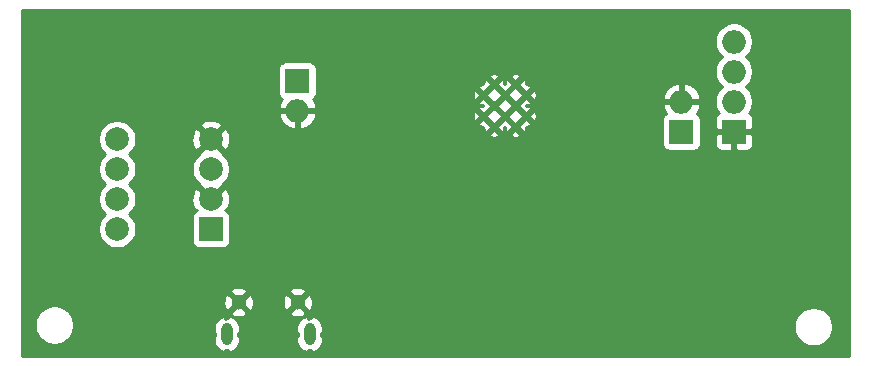
<source format=gbl>
G04 #@! TF.GenerationSoftware,KiCad,Pcbnew,(5.1.5)-3*
G04 #@! TF.CreationDate,2021-04-15T13:44:04+02:00*
G04 #@! TF.ProjectId,Copy_bachelorproef morse,436f7079-5f62-4616-9368-656c6f727072,rev?*
G04 #@! TF.SameCoordinates,Original*
G04 #@! TF.FileFunction,Copper,L2,Bot*
G04 #@! TF.FilePolarity,Positive*
%FSLAX46Y46*%
G04 Gerber Fmt 4.6, Leading zero omitted, Abs format (unit mm)*
G04 Created by KiCad (PCBNEW (5.1.5)-3) date 2021-04-15 13:44:04*
%MOMM*%
%LPD*%
G04 APERTURE LIST*
%ADD10C,0.500000*%
%ADD11R,2.000000X2.000000*%
%ADD12O,2.000000X2.000000*%
%ADD13C,2.000000*%
%ADD14O,0.950000X1.900000*%
%ADD15C,1.300000*%
%ADD16C,0.254000*%
G04 APERTURE END LIST*
D10*
X129527500Y-82320000D03*
X131362500Y-82320000D03*
X128610000Y-83237500D03*
X130445000Y-83237500D03*
X132280000Y-83237500D03*
X129527500Y-84155000D03*
X131362500Y-84155000D03*
X128610000Y-85072500D03*
X130445000Y-85072500D03*
X132280000Y-85072500D03*
X129527500Y-85990000D03*
X131362500Y-85990000D03*
D11*
X149860000Y-86360000D03*
D12*
X149860000Y-83820000D03*
X149860000Y-81280000D03*
X149860000Y-78740000D03*
D11*
X145415000Y-86360000D03*
D12*
X145415000Y-83820000D03*
D11*
X105570000Y-94615000D03*
D13*
X105570000Y-92075000D03*
X105570000Y-89535000D03*
X105570000Y-86995000D03*
X97630000Y-86995000D03*
X97630000Y-89535000D03*
X97630000Y-92075000D03*
X97630000Y-94615000D03*
D14*
X106926500Y-103505000D03*
X113926500Y-103505000D03*
D15*
X107926500Y-100805000D03*
X112926500Y-100805000D03*
D11*
X112903000Y-82042000D03*
D12*
X112903000Y-84582000D03*
D16*
G36*
X159572001Y-105343000D02*
G01*
X89602000Y-105343000D01*
X89602000Y-102577830D01*
X90652000Y-102577830D01*
X90652000Y-102908170D01*
X90716446Y-103232163D01*
X90842862Y-103537357D01*
X91026389Y-103812025D01*
X91259975Y-104045611D01*
X91534643Y-104229138D01*
X91839837Y-104355554D01*
X92163830Y-104420000D01*
X92494170Y-104420000D01*
X92818163Y-104355554D01*
X93123357Y-104229138D01*
X93398025Y-104045611D01*
X93631611Y-103812025D01*
X93815138Y-103537357D01*
X93941554Y-103232163D01*
X94006000Y-102908170D01*
X94006000Y-102903000D01*
X105816500Y-102903000D01*
X105816500Y-103378000D01*
X105949500Y-103378000D01*
X105949500Y-103632000D01*
X105816500Y-103632000D01*
X105816500Y-104107000D01*
X105862605Y-104321110D01*
X105949595Y-104522111D01*
X106074127Y-104702279D01*
X106231415Y-104854690D01*
X106415414Y-104973487D01*
X106628562Y-105049268D01*
X106799500Y-104922734D01*
X106799500Y-104822974D01*
X106799514Y-104822977D01*
X106808921Y-104823899D01*
X106808926Y-104823899D01*
X106808929Y-104823900D01*
X106808932Y-104823900D01*
X106867229Y-104829206D01*
X106928585Y-104828778D01*
X106989951Y-104829207D01*
X106999347Y-104828285D01*
X106999354Y-104828285D01*
X106999360Y-104828284D01*
X107053500Y-104822594D01*
X107053500Y-104922734D01*
X107224438Y-105049268D01*
X107437586Y-104973487D01*
X107621585Y-104854690D01*
X107778873Y-104702279D01*
X107903405Y-104522111D01*
X107990395Y-104321110D01*
X108036500Y-104107000D01*
X108036500Y-103632000D01*
X107903500Y-103632000D01*
X107903500Y-103378000D01*
X108036500Y-103378000D01*
X108036500Y-102903000D01*
X112816500Y-102903000D01*
X112816500Y-103378000D01*
X112949500Y-103378000D01*
X112949500Y-103632000D01*
X112816500Y-103632000D01*
X112816500Y-104107000D01*
X112862605Y-104321110D01*
X112949595Y-104522111D01*
X113074127Y-104702279D01*
X113231415Y-104854690D01*
X113415414Y-104973487D01*
X113628562Y-105049268D01*
X113799500Y-104922734D01*
X113799500Y-104822974D01*
X113799514Y-104822977D01*
X113808921Y-104823899D01*
X113808926Y-104823899D01*
X113808929Y-104823900D01*
X113808932Y-104823900D01*
X113867229Y-104829206D01*
X113928585Y-104828778D01*
X113989951Y-104829207D01*
X113999347Y-104828285D01*
X113999354Y-104828285D01*
X113999360Y-104828284D01*
X114053500Y-104822594D01*
X114053500Y-104922734D01*
X114224438Y-105049268D01*
X114437586Y-104973487D01*
X114621585Y-104854690D01*
X114778873Y-104702279D01*
X114903405Y-104522111D01*
X114990395Y-104321110D01*
X115036500Y-104107000D01*
X115036500Y-103632000D01*
X114903500Y-103632000D01*
X114903500Y-103378000D01*
X115036500Y-103378000D01*
X115036500Y-102903000D01*
X114993828Y-102704830D01*
X154914000Y-102704830D01*
X154914000Y-103035170D01*
X154978446Y-103359163D01*
X155104862Y-103664357D01*
X155288389Y-103939025D01*
X155521975Y-104172611D01*
X155796643Y-104356138D01*
X156101837Y-104482554D01*
X156425830Y-104547000D01*
X156756170Y-104547000D01*
X157080163Y-104482554D01*
X157385357Y-104356138D01*
X157660025Y-104172611D01*
X157893611Y-103939025D01*
X158077138Y-103664357D01*
X158203554Y-103359163D01*
X158268000Y-103035170D01*
X158268000Y-102704830D01*
X158203554Y-102380837D01*
X158077138Y-102075643D01*
X157893611Y-101800975D01*
X157660025Y-101567389D01*
X157385357Y-101383862D01*
X157080163Y-101257446D01*
X156756170Y-101193000D01*
X156425830Y-101193000D01*
X156101837Y-101257446D01*
X155796643Y-101383862D01*
X155521975Y-101567389D01*
X155288389Y-101800975D01*
X155104862Y-102075643D01*
X154978446Y-102380837D01*
X154914000Y-102704830D01*
X114993828Y-102704830D01*
X114990395Y-102688890D01*
X114903405Y-102487889D01*
X114778873Y-102307721D01*
X114621585Y-102155310D01*
X114437586Y-102036513D01*
X114224438Y-101960732D01*
X114053500Y-102087266D01*
X114053500Y-102187026D01*
X114053486Y-102187023D01*
X114044079Y-102186101D01*
X114044072Y-102186100D01*
X114044068Y-102186100D01*
X113985771Y-102180794D01*
X113924415Y-102181222D01*
X113863049Y-102180793D01*
X113853653Y-102181715D01*
X113853646Y-102181715D01*
X113853640Y-102181716D01*
X113799500Y-102187406D01*
X113799500Y-102087266D01*
X113628562Y-101960732D01*
X113415414Y-102036513D01*
X113231415Y-102155310D01*
X113074127Y-102307721D01*
X112949595Y-102487889D01*
X112862605Y-102688890D01*
X112816500Y-102903000D01*
X108036500Y-102903000D01*
X107990395Y-102688890D01*
X107903405Y-102487889D01*
X107778873Y-102307721D01*
X107621585Y-102155310D01*
X107437586Y-102036513D01*
X107224438Y-101960732D01*
X107053500Y-102087266D01*
X107053500Y-102187026D01*
X107053486Y-102187023D01*
X107044079Y-102186101D01*
X107044072Y-102186100D01*
X107044068Y-102186100D01*
X106985771Y-102180794D01*
X106924415Y-102181222D01*
X106863049Y-102180793D01*
X106853653Y-102181715D01*
X106853646Y-102181715D01*
X106853640Y-102181716D01*
X106799500Y-102187406D01*
X106799500Y-102087266D01*
X106628562Y-101960732D01*
X106415414Y-102036513D01*
X106231415Y-102155310D01*
X106074127Y-102307721D01*
X105949595Y-102487889D01*
X105862605Y-102688890D01*
X105816500Y-102903000D01*
X94006000Y-102903000D01*
X94006000Y-102577830D01*
X93941554Y-102253837D01*
X93815138Y-101948643D01*
X93642671Y-101690527D01*
X107220578Y-101690527D01*
X107273966Y-101919201D01*
X107503874Y-102025095D01*
X107750024Y-102084102D01*
X108002955Y-102093952D01*
X108252949Y-102054270D01*
X108490396Y-101966578D01*
X108579034Y-101919201D01*
X108632422Y-101690527D01*
X112220578Y-101690527D01*
X112273966Y-101919201D01*
X112503874Y-102025095D01*
X112750024Y-102084102D01*
X113002955Y-102093952D01*
X113252949Y-102054270D01*
X113490396Y-101966578D01*
X113579034Y-101919201D01*
X113632422Y-101690527D01*
X112926500Y-100984605D01*
X112220578Y-101690527D01*
X108632422Y-101690527D01*
X107926500Y-100984605D01*
X107220578Y-101690527D01*
X93642671Y-101690527D01*
X93631611Y-101673975D01*
X93398025Y-101440389D01*
X93123357Y-101256862D01*
X92818163Y-101130446D01*
X92494170Y-101066000D01*
X92163830Y-101066000D01*
X91839837Y-101130446D01*
X91534643Y-101256862D01*
X91259975Y-101440389D01*
X91026389Y-101673975D01*
X90842862Y-101948643D01*
X90716446Y-102253837D01*
X90652000Y-102577830D01*
X89602000Y-102577830D01*
X89602000Y-100881455D01*
X106637548Y-100881455D01*
X106677230Y-101131449D01*
X106764922Y-101368896D01*
X106812299Y-101457534D01*
X107040973Y-101510922D01*
X107746895Y-100805000D01*
X108106105Y-100805000D01*
X108812027Y-101510922D01*
X109040701Y-101457534D01*
X109146595Y-101227626D01*
X109205602Y-100981476D01*
X109209497Y-100881455D01*
X111637548Y-100881455D01*
X111677230Y-101131449D01*
X111764922Y-101368896D01*
X111812299Y-101457534D01*
X112040973Y-101510922D01*
X112746895Y-100805000D01*
X113106105Y-100805000D01*
X113812027Y-101510922D01*
X114040701Y-101457534D01*
X114146595Y-101227626D01*
X114205602Y-100981476D01*
X114215452Y-100728545D01*
X114175770Y-100478551D01*
X114088078Y-100241104D01*
X114040701Y-100152466D01*
X113812027Y-100099078D01*
X113106105Y-100805000D01*
X112746895Y-100805000D01*
X112040973Y-100099078D01*
X111812299Y-100152466D01*
X111706405Y-100382374D01*
X111647398Y-100628524D01*
X111637548Y-100881455D01*
X109209497Y-100881455D01*
X109215452Y-100728545D01*
X109175770Y-100478551D01*
X109088078Y-100241104D01*
X109040701Y-100152466D01*
X108812027Y-100099078D01*
X108106105Y-100805000D01*
X107746895Y-100805000D01*
X107040973Y-100099078D01*
X106812299Y-100152466D01*
X106706405Y-100382374D01*
X106647398Y-100628524D01*
X106637548Y-100881455D01*
X89602000Y-100881455D01*
X89602000Y-99919473D01*
X107220578Y-99919473D01*
X107926500Y-100625395D01*
X108632422Y-99919473D01*
X112220578Y-99919473D01*
X112926500Y-100625395D01*
X113632422Y-99919473D01*
X113579034Y-99690799D01*
X113349126Y-99584905D01*
X113102976Y-99525898D01*
X112850045Y-99516048D01*
X112600051Y-99555730D01*
X112362604Y-99643422D01*
X112273966Y-99690799D01*
X112220578Y-99919473D01*
X108632422Y-99919473D01*
X108579034Y-99690799D01*
X108349126Y-99584905D01*
X108102976Y-99525898D01*
X107850045Y-99516048D01*
X107600051Y-99555730D01*
X107362604Y-99643422D01*
X107273966Y-99690799D01*
X107220578Y-99919473D01*
X89602000Y-99919473D01*
X89602000Y-86834755D01*
X96003000Y-86834755D01*
X96003000Y-87155245D01*
X96065525Y-87469578D01*
X96188172Y-87765673D01*
X96366227Y-88032152D01*
X96592848Y-88258773D01*
X96602167Y-88265000D01*
X96592848Y-88271227D01*
X96366227Y-88497848D01*
X96188172Y-88764327D01*
X96065525Y-89060422D01*
X96003000Y-89374755D01*
X96003000Y-89695245D01*
X96065525Y-90009578D01*
X96188172Y-90305673D01*
X96366227Y-90572152D01*
X96592848Y-90798773D01*
X96602167Y-90805000D01*
X96592848Y-90811227D01*
X96366227Y-91037848D01*
X96188172Y-91304327D01*
X96065525Y-91600422D01*
X96003000Y-91914755D01*
X96003000Y-92235245D01*
X96065525Y-92549578D01*
X96188172Y-92845673D01*
X96366227Y-93112152D01*
X96592848Y-93338773D01*
X96602167Y-93345000D01*
X96592848Y-93351227D01*
X96366227Y-93577848D01*
X96188172Y-93844327D01*
X96065525Y-94140422D01*
X96003000Y-94454755D01*
X96003000Y-94775245D01*
X96065525Y-95089578D01*
X96188172Y-95385673D01*
X96366227Y-95652152D01*
X96592848Y-95878773D01*
X96859327Y-96056828D01*
X97155422Y-96179475D01*
X97469755Y-96242000D01*
X97790245Y-96242000D01*
X98104578Y-96179475D01*
X98400673Y-96056828D01*
X98667152Y-95878773D01*
X98893773Y-95652152D01*
X99071828Y-95385673D01*
X99194475Y-95089578D01*
X99257000Y-94775245D01*
X99257000Y-94454755D01*
X99194475Y-94140422D01*
X99071828Y-93844327D01*
X98893773Y-93577848D01*
X98667152Y-93351227D01*
X98657833Y-93345000D01*
X98667152Y-93338773D01*
X98893773Y-93112152D01*
X99071828Y-92845673D01*
X99194475Y-92549578D01*
X99257000Y-92235245D01*
X99257000Y-92137595D01*
X103928282Y-92137595D01*
X103972039Y-92456675D01*
X104077205Y-92761088D01*
X104170186Y-92935044D01*
X104389596Y-93014513D01*
X104328897Y-93032925D01*
X104219972Y-93091147D01*
X104124499Y-93169499D01*
X104046147Y-93264972D01*
X103987925Y-93373897D01*
X103952073Y-93492087D01*
X103939967Y-93615000D01*
X103939967Y-95615000D01*
X103952073Y-95737913D01*
X103987925Y-95856103D01*
X104046147Y-95965028D01*
X104124499Y-96060501D01*
X104219972Y-96138853D01*
X104328897Y-96197075D01*
X104447087Y-96232927D01*
X104570000Y-96245033D01*
X106570000Y-96245033D01*
X106692913Y-96232927D01*
X106811103Y-96197075D01*
X106920028Y-96138853D01*
X107015501Y-96060501D01*
X107093853Y-95965028D01*
X107152075Y-95856103D01*
X107187927Y-95737913D01*
X107200033Y-95615000D01*
X107200033Y-93615000D01*
X107187927Y-93492087D01*
X107152075Y-93373897D01*
X107093853Y-93264972D01*
X107015501Y-93169499D01*
X106920028Y-93091147D01*
X106811103Y-93032925D01*
X106750404Y-93014513D01*
X106969814Y-92935044D01*
X107110704Y-92645429D01*
X107192384Y-92333892D01*
X107211718Y-92012405D01*
X107167961Y-91693325D01*
X107062795Y-91388912D01*
X106969814Y-91214956D01*
X106705413Y-91119192D01*
X105749605Y-92075000D01*
X105763748Y-92089143D01*
X105584143Y-92268748D01*
X105570000Y-92254605D01*
X105555858Y-92268748D01*
X105376253Y-92089143D01*
X105390395Y-92075000D01*
X104434587Y-91119192D01*
X104170186Y-91214956D01*
X104029296Y-91504571D01*
X103947616Y-91816108D01*
X103928282Y-92137595D01*
X99257000Y-92137595D01*
X99257000Y-91914755D01*
X99194475Y-91600422D01*
X99071828Y-91304327D01*
X98893773Y-91037848D01*
X98667152Y-90811227D01*
X98657833Y-90805000D01*
X98667152Y-90798773D01*
X98893773Y-90572152D01*
X99071828Y-90305673D01*
X99194475Y-90009578D01*
X99257000Y-89695245D01*
X99257000Y-89374755D01*
X103943000Y-89374755D01*
X103943000Y-89695245D01*
X104005525Y-90009578D01*
X104128172Y-90305673D01*
X104306227Y-90572152D01*
X104532848Y-90798773D01*
X104639406Y-90869972D01*
X104614192Y-90939587D01*
X105570000Y-91895395D01*
X106525808Y-90939587D01*
X106500594Y-90869972D01*
X106607152Y-90798773D01*
X106833773Y-90572152D01*
X107011828Y-90305673D01*
X107134475Y-90009578D01*
X107197000Y-89695245D01*
X107197000Y-89374755D01*
X107134475Y-89060422D01*
X107011828Y-88764327D01*
X106833773Y-88497848D01*
X106607152Y-88271227D01*
X106500594Y-88200028D01*
X106525808Y-88130413D01*
X105570000Y-87174605D01*
X104614192Y-88130413D01*
X104639406Y-88200028D01*
X104532848Y-88271227D01*
X104306227Y-88497848D01*
X104128172Y-88764327D01*
X104005525Y-89060422D01*
X103943000Y-89374755D01*
X99257000Y-89374755D01*
X99194475Y-89060422D01*
X99071828Y-88764327D01*
X98893773Y-88497848D01*
X98667152Y-88271227D01*
X98657833Y-88265000D01*
X98667152Y-88258773D01*
X98893773Y-88032152D01*
X99071828Y-87765673D01*
X99194475Y-87469578D01*
X99257000Y-87155245D01*
X99257000Y-87057595D01*
X103928282Y-87057595D01*
X103972039Y-87376675D01*
X104077205Y-87681088D01*
X104170186Y-87855044D01*
X104434587Y-87950808D01*
X105390395Y-86995000D01*
X105749605Y-86995000D01*
X106705413Y-87950808D01*
X106969814Y-87855044D01*
X107110704Y-87565429D01*
X107192384Y-87253892D01*
X107211718Y-86932405D01*
X107167961Y-86613325D01*
X107158578Y-86586164D01*
X129105284Y-86586164D01*
X129109326Y-86774827D01*
X129270474Y-86841328D01*
X129441498Y-86875113D01*
X129615828Y-86874884D01*
X129786764Y-86840649D01*
X129945674Y-86774827D01*
X129949716Y-86586164D01*
X130940284Y-86586164D01*
X130944326Y-86774827D01*
X131105474Y-86841328D01*
X131276498Y-86875113D01*
X131450828Y-86874884D01*
X131621764Y-86840649D01*
X131780674Y-86774827D01*
X131784716Y-86586164D01*
X131362500Y-86163948D01*
X130940284Y-86586164D01*
X129949716Y-86586164D01*
X129527500Y-86163948D01*
X129105284Y-86586164D01*
X107158578Y-86586164D01*
X107062795Y-86308912D01*
X106969814Y-86134956D01*
X106705413Y-86039192D01*
X105749605Y-86995000D01*
X105390395Y-86995000D01*
X104434587Y-86039192D01*
X104170186Y-86134956D01*
X104029296Y-86424571D01*
X103947616Y-86736108D01*
X103928282Y-87057595D01*
X99257000Y-87057595D01*
X99257000Y-86834755D01*
X99194475Y-86520422D01*
X99071828Y-86224327D01*
X98893773Y-85957848D01*
X98795512Y-85859587D01*
X104614192Y-85859587D01*
X105570000Y-86815395D01*
X106525808Y-85859587D01*
X106430044Y-85595186D01*
X106140429Y-85454296D01*
X105828892Y-85372616D01*
X105507405Y-85353282D01*
X105188325Y-85397039D01*
X104883912Y-85502205D01*
X104709956Y-85595186D01*
X104614192Y-85859587D01*
X98795512Y-85859587D01*
X98667152Y-85731227D01*
X98400673Y-85553172D01*
X98104578Y-85430525D01*
X97790245Y-85368000D01*
X97469755Y-85368000D01*
X97155422Y-85430525D01*
X96859327Y-85553172D01*
X96592848Y-85731227D01*
X96366227Y-85957848D01*
X96188172Y-86224327D01*
X96065525Y-86520422D01*
X96003000Y-86834755D01*
X89602000Y-86834755D01*
X89602000Y-84962434D01*
X111312876Y-84962434D01*
X111369498Y-85149107D01*
X111509601Y-85437382D01*
X111703252Y-85692785D01*
X111943008Y-85905501D01*
X112219656Y-86067356D01*
X112522565Y-86172129D01*
X112776000Y-86053315D01*
X112776000Y-84709000D01*
X113030000Y-84709000D01*
X113030000Y-86053315D01*
X113283435Y-86172129D01*
X113586344Y-86067356D01*
X113862992Y-85905501D01*
X114102748Y-85692785D01*
X114121036Y-85668664D01*
X128187784Y-85668664D01*
X128191826Y-85857327D01*
X128352974Y-85923828D01*
X128523998Y-85957613D01*
X128642457Y-85957457D01*
X128642616Y-86078328D01*
X128676851Y-86249264D01*
X128742673Y-86408174D01*
X128931336Y-86412216D01*
X129353552Y-85990000D01*
X129701448Y-85990000D01*
X130123664Y-86412216D01*
X130312327Y-86408174D01*
X130378828Y-86247026D01*
X130412613Y-86076002D01*
X130412457Y-85957543D01*
X130477457Y-85957457D01*
X130477616Y-86078328D01*
X130511851Y-86249264D01*
X130577673Y-86408174D01*
X130766336Y-86412216D01*
X131188552Y-85990000D01*
X131536448Y-85990000D01*
X131958664Y-86412216D01*
X132147327Y-86408174D01*
X132213828Y-86247026D01*
X132247613Y-86076002D01*
X132247457Y-85957543D01*
X132368328Y-85957384D01*
X132539264Y-85923149D01*
X132698174Y-85857327D01*
X132702216Y-85668664D01*
X132280000Y-85246448D01*
X131536448Y-85990000D01*
X131188552Y-85990000D01*
X130445000Y-85246448D01*
X129701448Y-85990000D01*
X129353552Y-85990000D01*
X128610000Y-85246448D01*
X128187784Y-85668664D01*
X114121036Y-85668664D01*
X114296399Y-85437382D01*
X114436502Y-85149107D01*
X114485824Y-84986498D01*
X127724887Y-84986498D01*
X127725116Y-85160828D01*
X127759351Y-85331764D01*
X127825173Y-85490674D01*
X128013836Y-85494716D01*
X128436052Y-85072500D01*
X128783948Y-85072500D01*
X129527500Y-85816052D01*
X130271052Y-85072500D01*
X130618948Y-85072500D01*
X131362500Y-85816052D01*
X132106052Y-85072500D01*
X132453948Y-85072500D01*
X132876164Y-85494716D01*
X133064827Y-85490674D01*
X133118752Y-85360000D01*
X143784967Y-85360000D01*
X143784967Y-87360000D01*
X143797073Y-87482913D01*
X143832925Y-87601103D01*
X143891147Y-87710028D01*
X143969499Y-87805501D01*
X144064972Y-87883853D01*
X144173897Y-87942075D01*
X144292087Y-87977927D01*
X144415000Y-87990033D01*
X146415000Y-87990033D01*
X146537913Y-87977927D01*
X146656103Y-87942075D01*
X146765028Y-87883853D01*
X146860501Y-87805501D01*
X146938853Y-87710028D01*
X146997075Y-87601103D01*
X147032927Y-87482913D01*
X147045033Y-87360000D01*
X148221928Y-87360000D01*
X148234188Y-87484482D01*
X148270498Y-87604180D01*
X148329463Y-87714494D01*
X148408815Y-87811185D01*
X148505506Y-87890537D01*
X148615820Y-87949502D01*
X148735518Y-87985812D01*
X148860000Y-87998072D01*
X149574250Y-87995000D01*
X149733000Y-87836250D01*
X149733000Y-86487000D01*
X149987000Y-86487000D01*
X149987000Y-87836250D01*
X150145750Y-87995000D01*
X150860000Y-87998072D01*
X150984482Y-87985812D01*
X151104180Y-87949502D01*
X151214494Y-87890537D01*
X151311185Y-87811185D01*
X151390537Y-87714494D01*
X151449502Y-87604180D01*
X151485812Y-87484482D01*
X151498072Y-87360000D01*
X151495000Y-86645750D01*
X151336250Y-86487000D01*
X149987000Y-86487000D01*
X149733000Y-86487000D01*
X148383750Y-86487000D01*
X148225000Y-86645750D01*
X148221928Y-87360000D01*
X147045033Y-87360000D01*
X147045033Y-85360000D01*
X148221928Y-85360000D01*
X148225000Y-86074250D01*
X148383750Y-86233000D01*
X149733000Y-86233000D01*
X149733000Y-86213000D01*
X149987000Y-86213000D01*
X149987000Y-86233000D01*
X151336250Y-86233000D01*
X151495000Y-86074250D01*
X151498072Y-85360000D01*
X151485812Y-85235518D01*
X151449502Y-85115820D01*
X151390537Y-85005506D01*
X151311185Y-84908815D01*
X151214494Y-84829463D01*
X151161280Y-84801019D01*
X151301828Y-84590673D01*
X151424475Y-84294578D01*
X151487000Y-83980245D01*
X151487000Y-83659755D01*
X151424475Y-83345422D01*
X151301828Y-83049327D01*
X151123773Y-82782848D01*
X150897152Y-82556227D01*
X150887833Y-82550000D01*
X150897152Y-82543773D01*
X151123773Y-82317152D01*
X151301828Y-82050673D01*
X151424475Y-81754578D01*
X151487000Y-81440245D01*
X151487000Y-81119755D01*
X151424475Y-80805422D01*
X151301828Y-80509327D01*
X151123773Y-80242848D01*
X150897152Y-80016227D01*
X150887833Y-80010000D01*
X150897152Y-80003773D01*
X151123773Y-79777152D01*
X151301828Y-79510673D01*
X151424475Y-79214578D01*
X151487000Y-78900245D01*
X151487000Y-78579755D01*
X151424475Y-78265422D01*
X151301828Y-77969327D01*
X151123773Y-77702848D01*
X150897152Y-77476227D01*
X150630673Y-77298172D01*
X150334578Y-77175525D01*
X150020245Y-77113000D01*
X149699755Y-77113000D01*
X149385422Y-77175525D01*
X149089327Y-77298172D01*
X148822848Y-77476227D01*
X148596227Y-77702848D01*
X148418172Y-77969327D01*
X148295525Y-78265422D01*
X148233000Y-78579755D01*
X148233000Y-78900245D01*
X148295525Y-79214578D01*
X148418172Y-79510673D01*
X148596227Y-79777152D01*
X148822848Y-80003773D01*
X148832167Y-80010000D01*
X148822848Y-80016227D01*
X148596227Y-80242848D01*
X148418172Y-80509327D01*
X148295525Y-80805422D01*
X148233000Y-81119755D01*
X148233000Y-81440245D01*
X148295525Y-81754578D01*
X148418172Y-82050673D01*
X148596227Y-82317152D01*
X148822848Y-82543773D01*
X148832167Y-82550000D01*
X148822848Y-82556227D01*
X148596227Y-82782848D01*
X148418172Y-83049327D01*
X148295525Y-83345422D01*
X148233000Y-83659755D01*
X148233000Y-83980245D01*
X148295525Y-84294578D01*
X148418172Y-84590673D01*
X148558720Y-84801019D01*
X148505506Y-84829463D01*
X148408815Y-84908815D01*
X148329463Y-85005506D01*
X148270498Y-85115820D01*
X148234188Y-85235518D01*
X148221928Y-85360000D01*
X147045033Y-85360000D01*
X147032927Y-85237087D01*
X146997075Y-85118897D01*
X146938853Y-85009972D01*
X146860501Y-84914499D01*
X146765028Y-84836147D01*
X146709150Y-84806280D01*
X146808399Y-84675382D01*
X146948502Y-84387107D01*
X147005124Y-84200434D01*
X146885777Y-83947000D01*
X145542000Y-83947000D01*
X145542000Y-83967000D01*
X145288000Y-83967000D01*
X145288000Y-83947000D01*
X143944223Y-83947000D01*
X143824876Y-84200434D01*
X143881498Y-84387107D01*
X144021601Y-84675382D01*
X144120850Y-84806280D01*
X144064972Y-84836147D01*
X143969499Y-84914499D01*
X143891147Y-85009972D01*
X143832925Y-85118897D01*
X143797073Y-85237087D01*
X143784967Y-85360000D01*
X133118752Y-85360000D01*
X133131328Y-85329526D01*
X133165113Y-85158502D01*
X133164884Y-84984172D01*
X133130649Y-84813236D01*
X133064827Y-84654326D01*
X132876164Y-84650284D01*
X132453948Y-85072500D01*
X132106052Y-85072500D01*
X131362500Y-84328948D01*
X130618948Y-85072500D01*
X130271052Y-85072500D01*
X129527500Y-84328948D01*
X128783948Y-85072500D01*
X128436052Y-85072500D01*
X128013836Y-84650284D01*
X127825173Y-84654326D01*
X127758672Y-84815474D01*
X127724887Y-84986498D01*
X114485824Y-84986498D01*
X114493124Y-84962434D01*
X114373777Y-84709000D01*
X113030000Y-84709000D01*
X112776000Y-84709000D01*
X111432223Y-84709000D01*
X111312876Y-84962434D01*
X89602000Y-84962434D01*
X89602000Y-81042000D01*
X111272967Y-81042000D01*
X111272967Y-83042000D01*
X111285073Y-83164913D01*
X111320925Y-83283103D01*
X111379147Y-83392028D01*
X111457499Y-83487501D01*
X111552972Y-83565853D01*
X111608850Y-83595720D01*
X111509601Y-83726618D01*
X111369498Y-84014893D01*
X111312876Y-84201566D01*
X111432223Y-84455000D01*
X112776000Y-84455000D01*
X112776000Y-84435000D01*
X113030000Y-84435000D01*
X113030000Y-84455000D01*
X114373777Y-84455000D01*
X114493124Y-84201566D01*
X114436502Y-84014893D01*
X114348424Y-83833664D01*
X128187784Y-83833664D01*
X128191826Y-84022327D01*
X128352974Y-84088828D01*
X128523998Y-84122613D01*
X128642457Y-84122457D01*
X128642543Y-84187457D01*
X128521672Y-84187616D01*
X128350736Y-84221851D01*
X128191826Y-84287673D01*
X128187784Y-84476336D01*
X128610000Y-84898552D01*
X129353552Y-84155000D01*
X129701448Y-84155000D01*
X130445000Y-84898552D01*
X131188552Y-84155000D01*
X131536448Y-84155000D01*
X132280000Y-84898552D01*
X132702216Y-84476336D01*
X132698174Y-84287673D01*
X132537026Y-84221172D01*
X132366002Y-84187387D01*
X132247543Y-84187543D01*
X132247457Y-84122543D01*
X132368328Y-84122384D01*
X132539264Y-84088149D01*
X132698174Y-84022327D01*
X132702216Y-83833664D01*
X132280000Y-83411448D01*
X131536448Y-84155000D01*
X131188552Y-84155000D01*
X130445000Y-83411448D01*
X129701448Y-84155000D01*
X129353552Y-84155000D01*
X128610000Y-83411448D01*
X128187784Y-83833664D01*
X114348424Y-83833664D01*
X114296399Y-83726618D01*
X114197150Y-83595720D01*
X114253028Y-83565853D01*
X114348501Y-83487501D01*
X114426853Y-83392028D01*
X114485075Y-83283103D01*
X114520927Y-83164913D01*
X114522248Y-83151498D01*
X127724887Y-83151498D01*
X127725116Y-83325828D01*
X127759351Y-83496764D01*
X127825173Y-83655674D01*
X128013836Y-83659716D01*
X128436052Y-83237500D01*
X128783948Y-83237500D01*
X129527500Y-83981052D01*
X130271052Y-83237500D01*
X130618948Y-83237500D01*
X131362500Y-83981052D01*
X132106052Y-83237500D01*
X132453948Y-83237500D01*
X132876164Y-83659716D01*
X133064827Y-83655674D01*
X133131328Y-83494526D01*
X133142185Y-83439566D01*
X143824876Y-83439566D01*
X143944223Y-83693000D01*
X145288000Y-83693000D01*
X145288000Y-82348685D01*
X145542000Y-82348685D01*
X145542000Y-83693000D01*
X146885777Y-83693000D01*
X147005124Y-83439566D01*
X146948502Y-83252893D01*
X146808399Y-82964618D01*
X146614748Y-82709215D01*
X146374992Y-82496499D01*
X146098344Y-82334644D01*
X145795435Y-82229871D01*
X145542000Y-82348685D01*
X145288000Y-82348685D01*
X145034565Y-82229871D01*
X144731656Y-82334644D01*
X144455008Y-82496499D01*
X144215252Y-82709215D01*
X144021601Y-82964618D01*
X143881498Y-83252893D01*
X143824876Y-83439566D01*
X133142185Y-83439566D01*
X133165113Y-83323502D01*
X133164884Y-83149172D01*
X133130649Y-82978236D01*
X133064827Y-82819326D01*
X132876164Y-82815284D01*
X132453948Y-83237500D01*
X132106052Y-83237500D01*
X131362500Y-82493948D01*
X130618948Y-83237500D01*
X130271052Y-83237500D01*
X129527500Y-82493948D01*
X128783948Y-83237500D01*
X128436052Y-83237500D01*
X128013836Y-82815284D01*
X127825173Y-82819326D01*
X127758672Y-82980474D01*
X127724887Y-83151498D01*
X114522248Y-83151498D01*
X114533033Y-83042000D01*
X114533033Y-82641336D01*
X128187784Y-82641336D01*
X128610000Y-83063552D01*
X129353552Y-82320000D01*
X129701448Y-82320000D01*
X130445000Y-83063552D01*
X131188552Y-82320000D01*
X131536448Y-82320000D01*
X132280000Y-83063552D01*
X132702216Y-82641336D01*
X132698174Y-82452673D01*
X132537026Y-82386172D01*
X132366002Y-82352387D01*
X132247543Y-82352543D01*
X132247384Y-82231672D01*
X132213149Y-82060736D01*
X132147327Y-81901826D01*
X131958664Y-81897784D01*
X131536448Y-82320000D01*
X131188552Y-82320000D01*
X130766336Y-81897784D01*
X130577673Y-81901826D01*
X130511172Y-82062974D01*
X130477387Y-82233998D01*
X130477543Y-82352457D01*
X130412543Y-82352543D01*
X130412384Y-82231672D01*
X130378149Y-82060736D01*
X130312327Y-81901826D01*
X130123664Y-81897784D01*
X129701448Y-82320000D01*
X129353552Y-82320000D01*
X128931336Y-81897784D01*
X128742673Y-81901826D01*
X128676172Y-82062974D01*
X128642387Y-82233998D01*
X128642543Y-82352457D01*
X128521672Y-82352616D01*
X128350736Y-82386851D01*
X128191826Y-82452673D01*
X128187784Y-82641336D01*
X114533033Y-82641336D01*
X114533033Y-81723836D01*
X129105284Y-81723836D01*
X129527500Y-82146052D01*
X129949716Y-81723836D01*
X130940284Y-81723836D01*
X131362500Y-82146052D01*
X131784716Y-81723836D01*
X131780674Y-81535173D01*
X131619526Y-81468672D01*
X131448502Y-81434887D01*
X131274172Y-81435116D01*
X131103236Y-81469351D01*
X130944326Y-81535173D01*
X130940284Y-81723836D01*
X129949716Y-81723836D01*
X129945674Y-81535173D01*
X129784526Y-81468672D01*
X129613502Y-81434887D01*
X129439172Y-81435116D01*
X129268236Y-81469351D01*
X129109326Y-81535173D01*
X129105284Y-81723836D01*
X114533033Y-81723836D01*
X114533033Y-81042000D01*
X114520927Y-80919087D01*
X114485075Y-80800897D01*
X114426853Y-80691972D01*
X114348501Y-80596499D01*
X114253028Y-80518147D01*
X114144103Y-80459925D01*
X114025913Y-80424073D01*
X113903000Y-80411967D01*
X111903000Y-80411967D01*
X111780087Y-80424073D01*
X111661897Y-80459925D01*
X111552972Y-80518147D01*
X111457499Y-80596499D01*
X111379147Y-80691972D01*
X111320925Y-80800897D01*
X111285073Y-80919087D01*
X111272967Y-81042000D01*
X89602000Y-81042000D01*
X89602000Y-76073000D01*
X159572000Y-76073000D01*
X159572001Y-105343000D01*
G37*
X159572001Y-105343000D02*
X89602000Y-105343000D01*
X89602000Y-102577830D01*
X90652000Y-102577830D01*
X90652000Y-102908170D01*
X90716446Y-103232163D01*
X90842862Y-103537357D01*
X91026389Y-103812025D01*
X91259975Y-104045611D01*
X91534643Y-104229138D01*
X91839837Y-104355554D01*
X92163830Y-104420000D01*
X92494170Y-104420000D01*
X92818163Y-104355554D01*
X93123357Y-104229138D01*
X93398025Y-104045611D01*
X93631611Y-103812025D01*
X93815138Y-103537357D01*
X93941554Y-103232163D01*
X94006000Y-102908170D01*
X94006000Y-102903000D01*
X105816500Y-102903000D01*
X105816500Y-103378000D01*
X105949500Y-103378000D01*
X105949500Y-103632000D01*
X105816500Y-103632000D01*
X105816500Y-104107000D01*
X105862605Y-104321110D01*
X105949595Y-104522111D01*
X106074127Y-104702279D01*
X106231415Y-104854690D01*
X106415414Y-104973487D01*
X106628562Y-105049268D01*
X106799500Y-104922734D01*
X106799500Y-104822974D01*
X106799514Y-104822977D01*
X106808921Y-104823899D01*
X106808926Y-104823899D01*
X106808929Y-104823900D01*
X106808932Y-104823900D01*
X106867229Y-104829206D01*
X106928585Y-104828778D01*
X106989951Y-104829207D01*
X106999347Y-104828285D01*
X106999354Y-104828285D01*
X106999360Y-104828284D01*
X107053500Y-104822594D01*
X107053500Y-104922734D01*
X107224438Y-105049268D01*
X107437586Y-104973487D01*
X107621585Y-104854690D01*
X107778873Y-104702279D01*
X107903405Y-104522111D01*
X107990395Y-104321110D01*
X108036500Y-104107000D01*
X108036500Y-103632000D01*
X107903500Y-103632000D01*
X107903500Y-103378000D01*
X108036500Y-103378000D01*
X108036500Y-102903000D01*
X112816500Y-102903000D01*
X112816500Y-103378000D01*
X112949500Y-103378000D01*
X112949500Y-103632000D01*
X112816500Y-103632000D01*
X112816500Y-104107000D01*
X112862605Y-104321110D01*
X112949595Y-104522111D01*
X113074127Y-104702279D01*
X113231415Y-104854690D01*
X113415414Y-104973487D01*
X113628562Y-105049268D01*
X113799500Y-104922734D01*
X113799500Y-104822974D01*
X113799514Y-104822977D01*
X113808921Y-104823899D01*
X113808926Y-104823899D01*
X113808929Y-104823900D01*
X113808932Y-104823900D01*
X113867229Y-104829206D01*
X113928585Y-104828778D01*
X113989951Y-104829207D01*
X113999347Y-104828285D01*
X113999354Y-104828285D01*
X113999360Y-104828284D01*
X114053500Y-104822594D01*
X114053500Y-104922734D01*
X114224438Y-105049268D01*
X114437586Y-104973487D01*
X114621585Y-104854690D01*
X114778873Y-104702279D01*
X114903405Y-104522111D01*
X114990395Y-104321110D01*
X115036500Y-104107000D01*
X115036500Y-103632000D01*
X114903500Y-103632000D01*
X114903500Y-103378000D01*
X115036500Y-103378000D01*
X115036500Y-102903000D01*
X114993828Y-102704830D01*
X154914000Y-102704830D01*
X154914000Y-103035170D01*
X154978446Y-103359163D01*
X155104862Y-103664357D01*
X155288389Y-103939025D01*
X155521975Y-104172611D01*
X155796643Y-104356138D01*
X156101837Y-104482554D01*
X156425830Y-104547000D01*
X156756170Y-104547000D01*
X157080163Y-104482554D01*
X157385357Y-104356138D01*
X157660025Y-104172611D01*
X157893611Y-103939025D01*
X158077138Y-103664357D01*
X158203554Y-103359163D01*
X158268000Y-103035170D01*
X158268000Y-102704830D01*
X158203554Y-102380837D01*
X158077138Y-102075643D01*
X157893611Y-101800975D01*
X157660025Y-101567389D01*
X157385357Y-101383862D01*
X157080163Y-101257446D01*
X156756170Y-101193000D01*
X156425830Y-101193000D01*
X156101837Y-101257446D01*
X155796643Y-101383862D01*
X155521975Y-101567389D01*
X155288389Y-101800975D01*
X155104862Y-102075643D01*
X154978446Y-102380837D01*
X154914000Y-102704830D01*
X114993828Y-102704830D01*
X114990395Y-102688890D01*
X114903405Y-102487889D01*
X114778873Y-102307721D01*
X114621585Y-102155310D01*
X114437586Y-102036513D01*
X114224438Y-101960732D01*
X114053500Y-102087266D01*
X114053500Y-102187026D01*
X114053486Y-102187023D01*
X114044079Y-102186101D01*
X114044072Y-102186100D01*
X114044068Y-102186100D01*
X113985771Y-102180794D01*
X113924415Y-102181222D01*
X113863049Y-102180793D01*
X113853653Y-102181715D01*
X113853646Y-102181715D01*
X113853640Y-102181716D01*
X113799500Y-102187406D01*
X113799500Y-102087266D01*
X113628562Y-101960732D01*
X113415414Y-102036513D01*
X113231415Y-102155310D01*
X113074127Y-102307721D01*
X112949595Y-102487889D01*
X112862605Y-102688890D01*
X112816500Y-102903000D01*
X108036500Y-102903000D01*
X107990395Y-102688890D01*
X107903405Y-102487889D01*
X107778873Y-102307721D01*
X107621585Y-102155310D01*
X107437586Y-102036513D01*
X107224438Y-101960732D01*
X107053500Y-102087266D01*
X107053500Y-102187026D01*
X107053486Y-102187023D01*
X107044079Y-102186101D01*
X107044072Y-102186100D01*
X107044068Y-102186100D01*
X106985771Y-102180794D01*
X106924415Y-102181222D01*
X106863049Y-102180793D01*
X106853653Y-102181715D01*
X106853646Y-102181715D01*
X106853640Y-102181716D01*
X106799500Y-102187406D01*
X106799500Y-102087266D01*
X106628562Y-101960732D01*
X106415414Y-102036513D01*
X106231415Y-102155310D01*
X106074127Y-102307721D01*
X105949595Y-102487889D01*
X105862605Y-102688890D01*
X105816500Y-102903000D01*
X94006000Y-102903000D01*
X94006000Y-102577830D01*
X93941554Y-102253837D01*
X93815138Y-101948643D01*
X93642671Y-101690527D01*
X107220578Y-101690527D01*
X107273966Y-101919201D01*
X107503874Y-102025095D01*
X107750024Y-102084102D01*
X108002955Y-102093952D01*
X108252949Y-102054270D01*
X108490396Y-101966578D01*
X108579034Y-101919201D01*
X108632422Y-101690527D01*
X112220578Y-101690527D01*
X112273966Y-101919201D01*
X112503874Y-102025095D01*
X112750024Y-102084102D01*
X113002955Y-102093952D01*
X113252949Y-102054270D01*
X113490396Y-101966578D01*
X113579034Y-101919201D01*
X113632422Y-101690527D01*
X112926500Y-100984605D01*
X112220578Y-101690527D01*
X108632422Y-101690527D01*
X107926500Y-100984605D01*
X107220578Y-101690527D01*
X93642671Y-101690527D01*
X93631611Y-101673975D01*
X93398025Y-101440389D01*
X93123357Y-101256862D01*
X92818163Y-101130446D01*
X92494170Y-101066000D01*
X92163830Y-101066000D01*
X91839837Y-101130446D01*
X91534643Y-101256862D01*
X91259975Y-101440389D01*
X91026389Y-101673975D01*
X90842862Y-101948643D01*
X90716446Y-102253837D01*
X90652000Y-102577830D01*
X89602000Y-102577830D01*
X89602000Y-100881455D01*
X106637548Y-100881455D01*
X106677230Y-101131449D01*
X106764922Y-101368896D01*
X106812299Y-101457534D01*
X107040973Y-101510922D01*
X107746895Y-100805000D01*
X108106105Y-100805000D01*
X108812027Y-101510922D01*
X109040701Y-101457534D01*
X109146595Y-101227626D01*
X109205602Y-100981476D01*
X109209497Y-100881455D01*
X111637548Y-100881455D01*
X111677230Y-101131449D01*
X111764922Y-101368896D01*
X111812299Y-101457534D01*
X112040973Y-101510922D01*
X112746895Y-100805000D01*
X113106105Y-100805000D01*
X113812027Y-101510922D01*
X114040701Y-101457534D01*
X114146595Y-101227626D01*
X114205602Y-100981476D01*
X114215452Y-100728545D01*
X114175770Y-100478551D01*
X114088078Y-100241104D01*
X114040701Y-100152466D01*
X113812027Y-100099078D01*
X113106105Y-100805000D01*
X112746895Y-100805000D01*
X112040973Y-100099078D01*
X111812299Y-100152466D01*
X111706405Y-100382374D01*
X111647398Y-100628524D01*
X111637548Y-100881455D01*
X109209497Y-100881455D01*
X109215452Y-100728545D01*
X109175770Y-100478551D01*
X109088078Y-100241104D01*
X109040701Y-100152466D01*
X108812027Y-100099078D01*
X108106105Y-100805000D01*
X107746895Y-100805000D01*
X107040973Y-100099078D01*
X106812299Y-100152466D01*
X106706405Y-100382374D01*
X106647398Y-100628524D01*
X106637548Y-100881455D01*
X89602000Y-100881455D01*
X89602000Y-99919473D01*
X107220578Y-99919473D01*
X107926500Y-100625395D01*
X108632422Y-99919473D01*
X112220578Y-99919473D01*
X112926500Y-100625395D01*
X113632422Y-99919473D01*
X113579034Y-99690799D01*
X113349126Y-99584905D01*
X113102976Y-99525898D01*
X112850045Y-99516048D01*
X112600051Y-99555730D01*
X112362604Y-99643422D01*
X112273966Y-99690799D01*
X112220578Y-99919473D01*
X108632422Y-99919473D01*
X108579034Y-99690799D01*
X108349126Y-99584905D01*
X108102976Y-99525898D01*
X107850045Y-99516048D01*
X107600051Y-99555730D01*
X107362604Y-99643422D01*
X107273966Y-99690799D01*
X107220578Y-99919473D01*
X89602000Y-99919473D01*
X89602000Y-86834755D01*
X96003000Y-86834755D01*
X96003000Y-87155245D01*
X96065525Y-87469578D01*
X96188172Y-87765673D01*
X96366227Y-88032152D01*
X96592848Y-88258773D01*
X96602167Y-88265000D01*
X96592848Y-88271227D01*
X96366227Y-88497848D01*
X96188172Y-88764327D01*
X96065525Y-89060422D01*
X96003000Y-89374755D01*
X96003000Y-89695245D01*
X96065525Y-90009578D01*
X96188172Y-90305673D01*
X96366227Y-90572152D01*
X96592848Y-90798773D01*
X96602167Y-90805000D01*
X96592848Y-90811227D01*
X96366227Y-91037848D01*
X96188172Y-91304327D01*
X96065525Y-91600422D01*
X96003000Y-91914755D01*
X96003000Y-92235245D01*
X96065525Y-92549578D01*
X96188172Y-92845673D01*
X96366227Y-93112152D01*
X96592848Y-93338773D01*
X96602167Y-93345000D01*
X96592848Y-93351227D01*
X96366227Y-93577848D01*
X96188172Y-93844327D01*
X96065525Y-94140422D01*
X96003000Y-94454755D01*
X96003000Y-94775245D01*
X96065525Y-95089578D01*
X96188172Y-95385673D01*
X96366227Y-95652152D01*
X96592848Y-95878773D01*
X96859327Y-96056828D01*
X97155422Y-96179475D01*
X97469755Y-96242000D01*
X97790245Y-96242000D01*
X98104578Y-96179475D01*
X98400673Y-96056828D01*
X98667152Y-95878773D01*
X98893773Y-95652152D01*
X99071828Y-95385673D01*
X99194475Y-95089578D01*
X99257000Y-94775245D01*
X99257000Y-94454755D01*
X99194475Y-94140422D01*
X99071828Y-93844327D01*
X98893773Y-93577848D01*
X98667152Y-93351227D01*
X98657833Y-93345000D01*
X98667152Y-93338773D01*
X98893773Y-93112152D01*
X99071828Y-92845673D01*
X99194475Y-92549578D01*
X99257000Y-92235245D01*
X99257000Y-92137595D01*
X103928282Y-92137595D01*
X103972039Y-92456675D01*
X104077205Y-92761088D01*
X104170186Y-92935044D01*
X104389596Y-93014513D01*
X104328897Y-93032925D01*
X104219972Y-93091147D01*
X104124499Y-93169499D01*
X104046147Y-93264972D01*
X103987925Y-93373897D01*
X103952073Y-93492087D01*
X103939967Y-93615000D01*
X103939967Y-95615000D01*
X103952073Y-95737913D01*
X103987925Y-95856103D01*
X104046147Y-95965028D01*
X104124499Y-96060501D01*
X104219972Y-96138853D01*
X104328897Y-96197075D01*
X104447087Y-96232927D01*
X104570000Y-96245033D01*
X106570000Y-96245033D01*
X106692913Y-96232927D01*
X106811103Y-96197075D01*
X106920028Y-96138853D01*
X107015501Y-96060501D01*
X107093853Y-95965028D01*
X107152075Y-95856103D01*
X107187927Y-95737913D01*
X107200033Y-95615000D01*
X107200033Y-93615000D01*
X107187927Y-93492087D01*
X107152075Y-93373897D01*
X107093853Y-93264972D01*
X107015501Y-93169499D01*
X106920028Y-93091147D01*
X106811103Y-93032925D01*
X106750404Y-93014513D01*
X106969814Y-92935044D01*
X107110704Y-92645429D01*
X107192384Y-92333892D01*
X107211718Y-92012405D01*
X107167961Y-91693325D01*
X107062795Y-91388912D01*
X106969814Y-91214956D01*
X106705413Y-91119192D01*
X105749605Y-92075000D01*
X105763748Y-92089143D01*
X105584143Y-92268748D01*
X105570000Y-92254605D01*
X105555858Y-92268748D01*
X105376253Y-92089143D01*
X105390395Y-92075000D01*
X104434587Y-91119192D01*
X104170186Y-91214956D01*
X104029296Y-91504571D01*
X103947616Y-91816108D01*
X103928282Y-92137595D01*
X99257000Y-92137595D01*
X99257000Y-91914755D01*
X99194475Y-91600422D01*
X99071828Y-91304327D01*
X98893773Y-91037848D01*
X98667152Y-90811227D01*
X98657833Y-90805000D01*
X98667152Y-90798773D01*
X98893773Y-90572152D01*
X99071828Y-90305673D01*
X99194475Y-90009578D01*
X99257000Y-89695245D01*
X99257000Y-89374755D01*
X103943000Y-89374755D01*
X103943000Y-89695245D01*
X104005525Y-90009578D01*
X104128172Y-90305673D01*
X104306227Y-90572152D01*
X104532848Y-90798773D01*
X104639406Y-90869972D01*
X104614192Y-90939587D01*
X105570000Y-91895395D01*
X106525808Y-90939587D01*
X106500594Y-90869972D01*
X106607152Y-90798773D01*
X106833773Y-90572152D01*
X107011828Y-90305673D01*
X107134475Y-90009578D01*
X107197000Y-89695245D01*
X107197000Y-89374755D01*
X107134475Y-89060422D01*
X107011828Y-88764327D01*
X106833773Y-88497848D01*
X106607152Y-88271227D01*
X106500594Y-88200028D01*
X106525808Y-88130413D01*
X105570000Y-87174605D01*
X104614192Y-88130413D01*
X104639406Y-88200028D01*
X104532848Y-88271227D01*
X104306227Y-88497848D01*
X104128172Y-88764327D01*
X104005525Y-89060422D01*
X103943000Y-89374755D01*
X99257000Y-89374755D01*
X99194475Y-89060422D01*
X99071828Y-88764327D01*
X98893773Y-88497848D01*
X98667152Y-88271227D01*
X98657833Y-88265000D01*
X98667152Y-88258773D01*
X98893773Y-88032152D01*
X99071828Y-87765673D01*
X99194475Y-87469578D01*
X99257000Y-87155245D01*
X99257000Y-87057595D01*
X103928282Y-87057595D01*
X103972039Y-87376675D01*
X104077205Y-87681088D01*
X104170186Y-87855044D01*
X104434587Y-87950808D01*
X105390395Y-86995000D01*
X105749605Y-86995000D01*
X106705413Y-87950808D01*
X106969814Y-87855044D01*
X107110704Y-87565429D01*
X107192384Y-87253892D01*
X107211718Y-86932405D01*
X107167961Y-86613325D01*
X107158578Y-86586164D01*
X129105284Y-86586164D01*
X129109326Y-86774827D01*
X129270474Y-86841328D01*
X129441498Y-86875113D01*
X129615828Y-86874884D01*
X129786764Y-86840649D01*
X129945674Y-86774827D01*
X129949716Y-86586164D01*
X130940284Y-86586164D01*
X130944326Y-86774827D01*
X131105474Y-86841328D01*
X131276498Y-86875113D01*
X131450828Y-86874884D01*
X131621764Y-86840649D01*
X131780674Y-86774827D01*
X131784716Y-86586164D01*
X131362500Y-86163948D01*
X130940284Y-86586164D01*
X129949716Y-86586164D01*
X129527500Y-86163948D01*
X129105284Y-86586164D01*
X107158578Y-86586164D01*
X107062795Y-86308912D01*
X106969814Y-86134956D01*
X106705413Y-86039192D01*
X105749605Y-86995000D01*
X105390395Y-86995000D01*
X104434587Y-86039192D01*
X104170186Y-86134956D01*
X104029296Y-86424571D01*
X103947616Y-86736108D01*
X103928282Y-87057595D01*
X99257000Y-87057595D01*
X99257000Y-86834755D01*
X99194475Y-86520422D01*
X99071828Y-86224327D01*
X98893773Y-85957848D01*
X98795512Y-85859587D01*
X104614192Y-85859587D01*
X105570000Y-86815395D01*
X106525808Y-85859587D01*
X106430044Y-85595186D01*
X106140429Y-85454296D01*
X105828892Y-85372616D01*
X105507405Y-85353282D01*
X105188325Y-85397039D01*
X104883912Y-85502205D01*
X104709956Y-85595186D01*
X104614192Y-85859587D01*
X98795512Y-85859587D01*
X98667152Y-85731227D01*
X98400673Y-85553172D01*
X98104578Y-85430525D01*
X97790245Y-85368000D01*
X97469755Y-85368000D01*
X97155422Y-85430525D01*
X96859327Y-85553172D01*
X96592848Y-85731227D01*
X96366227Y-85957848D01*
X96188172Y-86224327D01*
X96065525Y-86520422D01*
X96003000Y-86834755D01*
X89602000Y-86834755D01*
X89602000Y-84962434D01*
X111312876Y-84962434D01*
X111369498Y-85149107D01*
X111509601Y-85437382D01*
X111703252Y-85692785D01*
X111943008Y-85905501D01*
X112219656Y-86067356D01*
X112522565Y-86172129D01*
X112776000Y-86053315D01*
X112776000Y-84709000D01*
X113030000Y-84709000D01*
X113030000Y-86053315D01*
X113283435Y-86172129D01*
X113586344Y-86067356D01*
X113862992Y-85905501D01*
X114102748Y-85692785D01*
X114121036Y-85668664D01*
X128187784Y-85668664D01*
X128191826Y-85857327D01*
X128352974Y-85923828D01*
X128523998Y-85957613D01*
X128642457Y-85957457D01*
X128642616Y-86078328D01*
X128676851Y-86249264D01*
X128742673Y-86408174D01*
X128931336Y-86412216D01*
X129353552Y-85990000D01*
X129701448Y-85990000D01*
X130123664Y-86412216D01*
X130312327Y-86408174D01*
X130378828Y-86247026D01*
X130412613Y-86076002D01*
X130412457Y-85957543D01*
X130477457Y-85957457D01*
X130477616Y-86078328D01*
X130511851Y-86249264D01*
X130577673Y-86408174D01*
X130766336Y-86412216D01*
X131188552Y-85990000D01*
X131536448Y-85990000D01*
X131958664Y-86412216D01*
X132147327Y-86408174D01*
X132213828Y-86247026D01*
X132247613Y-86076002D01*
X132247457Y-85957543D01*
X132368328Y-85957384D01*
X132539264Y-85923149D01*
X132698174Y-85857327D01*
X132702216Y-85668664D01*
X132280000Y-85246448D01*
X131536448Y-85990000D01*
X131188552Y-85990000D01*
X130445000Y-85246448D01*
X129701448Y-85990000D01*
X129353552Y-85990000D01*
X128610000Y-85246448D01*
X128187784Y-85668664D01*
X114121036Y-85668664D01*
X114296399Y-85437382D01*
X114436502Y-85149107D01*
X114485824Y-84986498D01*
X127724887Y-84986498D01*
X127725116Y-85160828D01*
X127759351Y-85331764D01*
X127825173Y-85490674D01*
X128013836Y-85494716D01*
X128436052Y-85072500D01*
X128783948Y-85072500D01*
X129527500Y-85816052D01*
X130271052Y-85072500D01*
X130618948Y-85072500D01*
X131362500Y-85816052D01*
X132106052Y-85072500D01*
X132453948Y-85072500D01*
X132876164Y-85494716D01*
X133064827Y-85490674D01*
X133118752Y-85360000D01*
X143784967Y-85360000D01*
X143784967Y-87360000D01*
X143797073Y-87482913D01*
X143832925Y-87601103D01*
X143891147Y-87710028D01*
X143969499Y-87805501D01*
X144064972Y-87883853D01*
X144173897Y-87942075D01*
X144292087Y-87977927D01*
X144415000Y-87990033D01*
X146415000Y-87990033D01*
X146537913Y-87977927D01*
X146656103Y-87942075D01*
X146765028Y-87883853D01*
X146860501Y-87805501D01*
X146938853Y-87710028D01*
X146997075Y-87601103D01*
X147032927Y-87482913D01*
X147045033Y-87360000D01*
X148221928Y-87360000D01*
X148234188Y-87484482D01*
X148270498Y-87604180D01*
X148329463Y-87714494D01*
X148408815Y-87811185D01*
X148505506Y-87890537D01*
X148615820Y-87949502D01*
X148735518Y-87985812D01*
X148860000Y-87998072D01*
X149574250Y-87995000D01*
X149733000Y-87836250D01*
X149733000Y-86487000D01*
X149987000Y-86487000D01*
X149987000Y-87836250D01*
X150145750Y-87995000D01*
X150860000Y-87998072D01*
X150984482Y-87985812D01*
X151104180Y-87949502D01*
X151214494Y-87890537D01*
X151311185Y-87811185D01*
X151390537Y-87714494D01*
X151449502Y-87604180D01*
X151485812Y-87484482D01*
X151498072Y-87360000D01*
X151495000Y-86645750D01*
X151336250Y-86487000D01*
X149987000Y-86487000D01*
X149733000Y-86487000D01*
X148383750Y-86487000D01*
X148225000Y-86645750D01*
X148221928Y-87360000D01*
X147045033Y-87360000D01*
X147045033Y-85360000D01*
X148221928Y-85360000D01*
X148225000Y-86074250D01*
X148383750Y-86233000D01*
X149733000Y-86233000D01*
X149733000Y-86213000D01*
X149987000Y-86213000D01*
X149987000Y-86233000D01*
X151336250Y-86233000D01*
X151495000Y-86074250D01*
X151498072Y-85360000D01*
X151485812Y-85235518D01*
X151449502Y-85115820D01*
X151390537Y-85005506D01*
X151311185Y-84908815D01*
X151214494Y-84829463D01*
X151161280Y-84801019D01*
X151301828Y-84590673D01*
X151424475Y-84294578D01*
X151487000Y-83980245D01*
X151487000Y-83659755D01*
X151424475Y-83345422D01*
X151301828Y-83049327D01*
X151123773Y-82782848D01*
X150897152Y-82556227D01*
X150887833Y-82550000D01*
X150897152Y-82543773D01*
X151123773Y-82317152D01*
X151301828Y-82050673D01*
X151424475Y-81754578D01*
X151487000Y-81440245D01*
X151487000Y-81119755D01*
X151424475Y-80805422D01*
X151301828Y-80509327D01*
X151123773Y-80242848D01*
X150897152Y-80016227D01*
X150887833Y-80010000D01*
X150897152Y-80003773D01*
X151123773Y-79777152D01*
X151301828Y-79510673D01*
X151424475Y-79214578D01*
X151487000Y-78900245D01*
X151487000Y-78579755D01*
X151424475Y-78265422D01*
X151301828Y-77969327D01*
X151123773Y-77702848D01*
X150897152Y-77476227D01*
X150630673Y-77298172D01*
X150334578Y-77175525D01*
X150020245Y-77113000D01*
X149699755Y-77113000D01*
X149385422Y-77175525D01*
X149089327Y-77298172D01*
X148822848Y-77476227D01*
X148596227Y-77702848D01*
X148418172Y-77969327D01*
X148295525Y-78265422D01*
X148233000Y-78579755D01*
X148233000Y-78900245D01*
X148295525Y-79214578D01*
X148418172Y-79510673D01*
X148596227Y-79777152D01*
X148822848Y-80003773D01*
X148832167Y-80010000D01*
X148822848Y-80016227D01*
X148596227Y-80242848D01*
X148418172Y-80509327D01*
X148295525Y-80805422D01*
X148233000Y-81119755D01*
X148233000Y-81440245D01*
X148295525Y-81754578D01*
X148418172Y-82050673D01*
X148596227Y-82317152D01*
X148822848Y-82543773D01*
X148832167Y-82550000D01*
X148822848Y-82556227D01*
X148596227Y-82782848D01*
X148418172Y-83049327D01*
X148295525Y-83345422D01*
X148233000Y-83659755D01*
X148233000Y-83980245D01*
X148295525Y-84294578D01*
X148418172Y-84590673D01*
X148558720Y-84801019D01*
X148505506Y-84829463D01*
X148408815Y-84908815D01*
X148329463Y-85005506D01*
X148270498Y-85115820D01*
X148234188Y-85235518D01*
X148221928Y-85360000D01*
X147045033Y-85360000D01*
X147032927Y-85237087D01*
X146997075Y-85118897D01*
X146938853Y-85009972D01*
X146860501Y-84914499D01*
X146765028Y-84836147D01*
X146709150Y-84806280D01*
X146808399Y-84675382D01*
X146948502Y-84387107D01*
X147005124Y-84200434D01*
X146885777Y-83947000D01*
X145542000Y-83947000D01*
X145542000Y-83967000D01*
X145288000Y-83967000D01*
X145288000Y-83947000D01*
X143944223Y-83947000D01*
X143824876Y-84200434D01*
X143881498Y-84387107D01*
X144021601Y-84675382D01*
X144120850Y-84806280D01*
X144064972Y-84836147D01*
X143969499Y-84914499D01*
X143891147Y-85009972D01*
X143832925Y-85118897D01*
X143797073Y-85237087D01*
X143784967Y-85360000D01*
X133118752Y-85360000D01*
X133131328Y-85329526D01*
X133165113Y-85158502D01*
X133164884Y-84984172D01*
X133130649Y-84813236D01*
X133064827Y-84654326D01*
X132876164Y-84650284D01*
X132453948Y-85072500D01*
X132106052Y-85072500D01*
X131362500Y-84328948D01*
X130618948Y-85072500D01*
X130271052Y-85072500D01*
X129527500Y-84328948D01*
X128783948Y-85072500D01*
X128436052Y-85072500D01*
X128013836Y-84650284D01*
X127825173Y-84654326D01*
X127758672Y-84815474D01*
X127724887Y-84986498D01*
X114485824Y-84986498D01*
X114493124Y-84962434D01*
X114373777Y-84709000D01*
X113030000Y-84709000D01*
X112776000Y-84709000D01*
X111432223Y-84709000D01*
X111312876Y-84962434D01*
X89602000Y-84962434D01*
X89602000Y-81042000D01*
X111272967Y-81042000D01*
X111272967Y-83042000D01*
X111285073Y-83164913D01*
X111320925Y-83283103D01*
X111379147Y-83392028D01*
X111457499Y-83487501D01*
X111552972Y-83565853D01*
X111608850Y-83595720D01*
X111509601Y-83726618D01*
X111369498Y-84014893D01*
X111312876Y-84201566D01*
X111432223Y-84455000D01*
X112776000Y-84455000D01*
X112776000Y-84435000D01*
X113030000Y-84435000D01*
X113030000Y-84455000D01*
X114373777Y-84455000D01*
X114493124Y-84201566D01*
X114436502Y-84014893D01*
X114348424Y-83833664D01*
X128187784Y-83833664D01*
X128191826Y-84022327D01*
X128352974Y-84088828D01*
X128523998Y-84122613D01*
X128642457Y-84122457D01*
X128642543Y-84187457D01*
X128521672Y-84187616D01*
X128350736Y-84221851D01*
X128191826Y-84287673D01*
X128187784Y-84476336D01*
X128610000Y-84898552D01*
X129353552Y-84155000D01*
X129701448Y-84155000D01*
X130445000Y-84898552D01*
X131188552Y-84155000D01*
X131536448Y-84155000D01*
X132280000Y-84898552D01*
X132702216Y-84476336D01*
X132698174Y-84287673D01*
X132537026Y-84221172D01*
X132366002Y-84187387D01*
X132247543Y-84187543D01*
X132247457Y-84122543D01*
X132368328Y-84122384D01*
X132539264Y-84088149D01*
X132698174Y-84022327D01*
X132702216Y-83833664D01*
X132280000Y-83411448D01*
X131536448Y-84155000D01*
X131188552Y-84155000D01*
X130445000Y-83411448D01*
X129701448Y-84155000D01*
X129353552Y-84155000D01*
X128610000Y-83411448D01*
X128187784Y-83833664D01*
X114348424Y-83833664D01*
X114296399Y-83726618D01*
X114197150Y-83595720D01*
X114253028Y-83565853D01*
X114348501Y-83487501D01*
X114426853Y-83392028D01*
X114485075Y-83283103D01*
X114520927Y-83164913D01*
X114522248Y-83151498D01*
X127724887Y-83151498D01*
X127725116Y-83325828D01*
X127759351Y-83496764D01*
X127825173Y-83655674D01*
X128013836Y-83659716D01*
X128436052Y-83237500D01*
X128783948Y-83237500D01*
X129527500Y-83981052D01*
X130271052Y-83237500D01*
X130618948Y-83237500D01*
X131362500Y-83981052D01*
X132106052Y-83237500D01*
X132453948Y-83237500D01*
X132876164Y-83659716D01*
X133064827Y-83655674D01*
X133131328Y-83494526D01*
X133142185Y-83439566D01*
X143824876Y-83439566D01*
X143944223Y-83693000D01*
X145288000Y-83693000D01*
X145288000Y-82348685D01*
X145542000Y-82348685D01*
X145542000Y-83693000D01*
X146885777Y-83693000D01*
X147005124Y-83439566D01*
X146948502Y-83252893D01*
X146808399Y-82964618D01*
X146614748Y-82709215D01*
X146374992Y-82496499D01*
X146098344Y-82334644D01*
X145795435Y-82229871D01*
X145542000Y-82348685D01*
X145288000Y-82348685D01*
X145034565Y-82229871D01*
X144731656Y-82334644D01*
X144455008Y-82496499D01*
X144215252Y-82709215D01*
X144021601Y-82964618D01*
X143881498Y-83252893D01*
X143824876Y-83439566D01*
X133142185Y-83439566D01*
X133165113Y-83323502D01*
X133164884Y-83149172D01*
X133130649Y-82978236D01*
X133064827Y-82819326D01*
X132876164Y-82815284D01*
X132453948Y-83237500D01*
X132106052Y-83237500D01*
X131362500Y-82493948D01*
X130618948Y-83237500D01*
X130271052Y-83237500D01*
X129527500Y-82493948D01*
X128783948Y-83237500D01*
X128436052Y-83237500D01*
X128013836Y-82815284D01*
X127825173Y-82819326D01*
X127758672Y-82980474D01*
X127724887Y-83151498D01*
X114522248Y-83151498D01*
X114533033Y-83042000D01*
X114533033Y-82641336D01*
X128187784Y-82641336D01*
X128610000Y-83063552D01*
X129353552Y-82320000D01*
X129701448Y-82320000D01*
X130445000Y-83063552D01*
X131188552Y-82320000D01*
X131536448Y-82320000D01*
X132280000Y-83063552D01*
X132702216Y-82641336D01*
X132698174Y-82452673D01*
X132537026Y-82386172D01*
X132366002Y-82352387D01*
X132247543Y-82352543D01*
X132247384Y-82231672D01*
X132213149Y-82060736D01*
X132147327Y-81901826D01*
X131958664Y-81897784D01*
X131536448Y-82320000D01*
X131188552Y-82320000D01*
X130766336Y-81897784D01*
X130577673Y-81901826D01*
X130511172Y-82062974D01*
X130477387Y-82233998D01*
X130477543Y-82352457D01*
X130412543Y-82352543D01*
X130412384Y-82231672D01*
X130378149Y-82060736D01*
X130312327Y-81901826D01*
X130123664Y-81897784D01*
X129701448Y-82320000D01*
X129353552Y-82320000D01*
X128931336Y-81897784D01*
X128742673Y-81901826D01*
X128676172Y-82062974D01*
X128642387Y-82233998D01*
X128642543Y-82352457D01*
X128521672Y-82352616D01*
X128350736Y-82386851D01*
X128191826Y-82452673D01*
X128187784Y-82641336D01*
X114533033Y-82641336D01*
X114533033Y-81723836D01*
X129105284Y-81723836D01*
X129527500Y-82146052D01*
X129949716Y-81723836D01*
X130940284Y-81723836D01*
X131362500Y-82146052D01*
X131784716Y-81723836D01*
X131780674Y-81535173D01*
X131619526Y-81468672D01*
X131448502Y-81434887D01*
X131274172Y-81435116D01*
X131103236Y-81469351D01*
X130944326Y-81535173D01*
X130940284Y-81723836D01*
X129949716Y-81723836D01*
X129945674Y-81535173D01*
X129784526Y-81468672D01*
X129613502Y-81434887D01*
X129439172Y-81435116D01*
X129268236Y-81469351D01*
X129109326Y-81535173D01*
X129105284Y-81723836D01*
X114533033Y-81723836D01*
X114533033Y-81042000D01*
X114520927Y-80919087D01*
X114485075Y-80800897D01*
X114426853Y-80691972D01*
X114348501Y-80596499D01*
X114253028Y-80518147D01*
X114144103Y-80459925D01*
X114025913Y-80424073D01*
X113903000Y-80411967D01*
X111903000Y-80411967D01*
X111780087Y-80424073D01*
X111661897Y-80459925D01*
X111552972Y-80518147D01*
X111457499Y-80596499D01*
X111379147Y-80691972D01*
X111320925Y-80800897D01*
X111285073Y-80919087D01*
X111272967Y-81042000D01*
X89602000Y-81042000D01*
X89602000Y-76073000D01*
X159572000Y-76073000D01*
X159572001Y-105343000D01*
M02*

</source>
